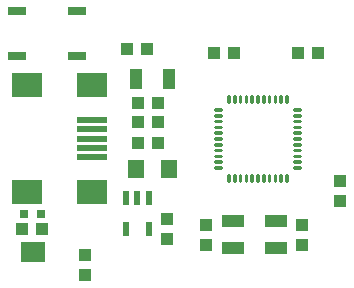
<source format=gbr>
G04 EAGLE Gerber RS-274X export*
G75*
%MOMM*%
%FSLAX34Y34*%
%LPD*%
%INSolderpaste Top*%
%IPPOS*%
%AMOC8*
5,1,8,0,0,1.08239X$1,22.5*%
G01*
%ADD10C,0.255000*%
%ADD11R,1.100000X1.000000*%
%ADD12R,1.524000X0.762000*%
%ADD13R,1.900000X1.100000*%
%ADD14R,1.000000X1.100000*%
%ADD15R,2.500000X0.500000*%
%ADD16R,2.500000X2.000000*%
%ADD17R,1.000000X1.800000*%
%ADD18R,0.800000X0.800000*%
%ADD19R,0.550000X1.200000*%
%ADD20R,2.006600X1.701800*%
%ADD21R,1.400000X1.600000*%


D10*
X179810Y151802D02*
X185260Y151802D01*
X185260Y151352D01*
X179810Y151352D01*
X179810Y151802D01*
X179810Y146802D02*
X185260Y146802D01*
X185260Y146352D01*
X179810Y146352D01*
X179810Y146802D01*
X179810Y142014D02*
X185260Y142014D01*
X185260Y141564D01*
X179810Y141564D01*
X179810Y142014D01*
X179810Y137014D02*
X185260Y137014D01*
X185260Y136564D01*
X179810Y136564D01*
X179810Y137014D01*
X179810Y132225D02*
X185260Y132225D01*
X185260Y131775D01*
X179810Y131775D01*
X179810Y132225D01*
X179810Y127225D02*
X185260Y127225D01*
X185260Y126775D01*
X179810Y126775D01*
X179810Y127225D01*
X179810Y121775D02*
X185260Y121775D01*
X179810Y121775D02*
X179810Y122225D01*
X185260Y122225D01*
X185260Y121775D01*
X185260Y116986D02*
X179810Y116986D01*
X179810Y117436D01*
X185260Y117436D01*
X185260Y116986D01*
X185260Y111986D02*
X179810Y111986D01*
X179810Y112436D01*
X185260Y112436D01*
X185260Y111986D01*
X185260Y107198D02*
X179810Y107198D01*
X179810Y107648D01*
X185260Y107648D01*
X185260Y107198D01*
X185260Y102198D02*
X179810Y102198D01*
X179810Y102648D01*
X185260Y102648D01*
X185260Y102198D01*
X191098Y96360D02*
X191098Y90910D01*
X191098Y96360D02*
X191548Y96360D01*
X191548Y90910D01*
X191098Y90910D01*
X191098Y93332D02*
X191548Y93332D01*
X191548Y95754D02*
X191098Y95754D01*
X196098Y96360D02*
X196098Y90910D01*
X196098Y96360D02*
X196548Y96360D01*
X196548Y90910D01*
X196098Y90910D01*
X196098Y93332D02*
X196548Y93332D01*
X196548Y95754D02*
X196098Y95754D01*
X200886Y96360D02*
X200886Y90910D01*
X200886Y96360D02*
X201336Y96360D01*
X201336Y90910D01*
X200886Y90910D01*
X200886Y93332D02*
X201336Y93332D01*
X201336Y95754D02*
X200886Y95754D01*
X205886Y96360D02*
X205886Y90910D01*
X205886Y96360D02*
X206336Y96360D01*
X206336Y90910D01*
X205886Y90910D01*
X205886Y93332D02*
X206336Y93332D01*
X206336Y95754D02*
X205886Y95754D01*
X210675Y96360D02*
X210675Y90910D01*
X210675Y96360D02*
X211125Y96360D01*
X211125Y90910D01*
X210675Y90910D01*
X210675Y93332D02*
X211125Y93332D01*
X211125Y95754D02*
X210675Y95754D01*
X215675Y96360D02*
X215675Y90910D01*
X215675Y96360D02*
X216125Y96360D01*
X216125Y90910D01*
X215675Y90910D01*
X215675Y93332D02*
X216125Y93332D01*
X216125Y95754D02*
X215675Y95754D01*
X221125Y96360D02*
X221125Y90910D01*
X220675Y90910D01*
X220675Y96360D01*
X221125Y96360D01*
X221125Y93332D02*
X220675Y93332D01*
X220675Y95754D02*
X221125Y95754D01*
X225914Y96360D02*
X225914Y90910D01*
X225464Y90910D01*
X225464Y96360D01*
X225914Y96360D01*
X225914Y93332D02*
X225464Y93332D01*
X225464Y95754D02*
X225914Y95754D01*
X230914Y96360D02*
X230914Y90910D01*
X230464Y90910D01*
X230464Y96360D01*
X230914Y96360D01*
X230914Y93332D02*
X230464Y93332D01*
X230464Y95754D02*
X230914Y95754D01*
X235702Y96360D02*
X235702Y90910D01*
X235252Y90910D01*
X235252Y96360D01*
X235702Y96360D01*
X235702Y93332D02*
X235252Y93332D01*
X235252Y95754D02*
X235702Y95754D01*
X240702Y96360D02*
X240702Y90910D01*
X240252Y90910D01*
X240252Y96360D01*
X240702Y96360D01*
X240702Y93332D02*
X240252Y93332D01*
X240252Y95754D02*
X240702Y95754D01*
X246540Y102198D02*
X251990Y102198D01*
X246540Y102198D02*
X246540Y102648D01*
X251990Y102648D01*
X251990Y102198D01*
X251990Y107198D02*
X246540Y107198D01*
X246540Y107648D01*
X251990Y107648D01*
X251990Y107198D01*
X251990Y111986D02*
X246540Y111986D01*
X246540Y112436D01*
X251990Y112436D01*
X251990Y111986D01*
X251990Y116986D02*
X246540Y116986D01*
X246540Y117436D01*
X251990Y117436D01*
X251990Y116986D01*
X251990Y121775D02*
X246540Y121775D01*
X246540Y122225D01*
X251990Y122225D01*
X251990Y121775D01*
X251990Y126775D02*
X246540Y126775D01*
X246540Y127225D01*
X251990Y127225D01*
X251990Y126775D01*
X251990Y132225D02*
X246540Y132225D01*
X251990Y132225D02*
X251990Y131775D01*
X246540Y131775D01*
X246540Y132225D01*
X246540Y137014D02*
X251990Y137014D01*
X251990Y136564D01*
X246540Y136564D01*
X246540Y137014D01*
X246540Y142014D02*
X251990Y142014D01*
X251990Y141564D01*
X246540Y141564D01*
X246540Y142014D01*
X246540Y146802D02*
X251990Y146802D01*
X251990Y146352D01*
X246540Y146352D01*
X246540Y146802D01*
X246540Y151802D02*
X251990Y151802D01*
X251990Y151352D01*
X246540Y151352D01*
X246540Y151802D01*
X240702Y157640D02*
X240702Y163090D01*
X240702Y157640D02*
X240252Y157640D01*
X240252Y163090D01*
X240702Y163090D01*
X240702Y160062D02*
X240252Y160062D01*
X240252Y162484D02*
X240702Y162484D01*
X235702Y163090D02*
X235702Y157640D01*
X235252Y157640D01*
X235252Y163090D01*
X235702Y163090D01*
X235702Y160062D02*
X235252Y160062D01*
X235252Y162484D02*
X235702Y162484D01*
X230914Y163090D02*
X230914Y157640D01*
X230464Y157640D01*
X230464Y163090D01*
X230914Y163090D01*
X230914Y160062D02*
X230464Y160062D01*
X230464Y162484D02*
X230914Y162484D01*
X225914Y163090D02*
X225914Y157640D01*
X225464Y157640D01*
X225464Y163090D01*
X225914Y163090D01*
X225914Y160062D02*
X225464Y160062D01*
X225464Y162484D02*
X225914Y162484D01*
X221125Y163090D02*
X221125Y157640D01*
X220675Y157640D01*
X220675Y163090D01*
X221125Y163090D01*
X221125Y160062D02*
X220675Y160062D01*
X220675Y162484D02*
X221125Y162484D01*
X216125Y163090D02*
X216125Y157640D01*
X215675Y157640D01*
X215675Y163090D01*
X216125Y163090D01*
X216125Y160062D02*
X215675Y160062D01*
X215675Y162484D02*
X216125Y162484D01*
X210675Y163090D02*
X210675Y157640D01*
X210675Y163090D02*
X211125Y163090D01*
X211125Y157640D01*
X210675Y157640D01*
X210675Y160062D02*
X211125Y160062D01*
X211125Y162484D02*
X210675Y162484D01*
X205886Y163090D02*
X205886Y157640D01*
X205886Y163090D02*
X206336Y163090D01*
X206336Y157640D01*
X205886Y157640D01*
X205886Y160062D02*
X206336Y160062D01*
X206336Y162484D02*
X205886Y162484D01*
X200886Y163090D02*
X200886Y157640D01*
X200886Y163090D02*
X201336Y163090D01*
X201336Y157640D01*
X200886Y157640D01*
X200886Y160062D02*
X201336Y160062D01*
X201336Y162484D02*
X200886Y162484D01*
X196098Y163090D02*
X196098Y157640D01*
X196098Y163090D02*
X196548Y163090D01*
X196548Y157640D01*
X196098Y157640D01*
X196098Y160062D02*
X196548Y160062D01*
X196548Y162484D02*
X196098Y162484D01*
X191098Y163090D02*
X191098Y157640D01*
X191098Y163090D02*
X191548Y163090D01*
X191548Y157640D01*
X191098Y157640D01*
X191098Y160062D02*
X191548Y160062D01*
X191548Y162484D02*
X191098Y162484D01*
D11*
X105800Y203200D03*
X122800Y203200D03*
D12*
X63500Y196850D03*
X12700Y196850D03*
X63500Y234950D03*
X12700Y234950D03*
D11*
X196460Y199390D03*
X179460Y199390D03*
D13*
X194860Y34220D03*
X231860Y57220D03*
X194860Y57220D03*
X231860Y34220D03*
D14*
X254000Y37220D03*
X254000Y54220D03*
X172720Y54220D03*
X172720Y37220D03*
D15*
X75800Y127000D03*
X75800Y135000D03*
X75800Y111000D03*
X75800Y119000D03*
D16*
X20800Y82000D03*
X20800Y172000D03*
X75800Y82000D03*
X75800Y172000D03*
D15*
X75800Y143000D03*
D17*
X113000Y177800D03*
X141000Y177800D03*
D11*
X114690Y140970D03*
X131690Y140970D03*
X114690Y157480D03*
X131690Y157480D03*
X16900Y50800D03*
X33900Y50800D03*
D18*
X32900Y63500D03*
X17900Y63500D03*
D11*
X131690Y123190D03*
X114690Y123190D03*
D19*
X123800Y76501D03*
X114300Y76501D03*
X104800Y76501D03*
X104800Y50499D03*
X123800Y50499D03*
D14*
X69850Y28820D03*
X69850Y11820D03*
D20*
X25527Y31115D03*
D11*
X250580Y199390D03*
X267580Y199390D03*
D14*
X285750Y91050D03*
X285750Y74050D03*
D21*
X113000Y101600D03*
X141000Y101600D03*
D14*
X139700Y59300D03*
X139700Y42300D03*
M02*

</source>
